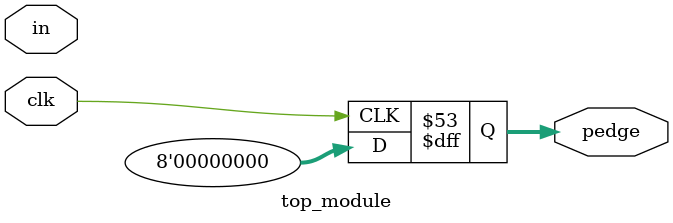
<source format=sv>
module top_module(
    input clk,
    input [7:0] in,
    output reg [7:0] pedge);

    always @(posedge clk) begin
        for (integer i = 0; i < 8; i = i + 1) begin
            if (in[i] == 0 && in[i] && i != 0) begin
                pedge[i] <= 1;
            end else begin
                pedge[i] <= 0;
            end
        end
    end

endmodule

</source>
